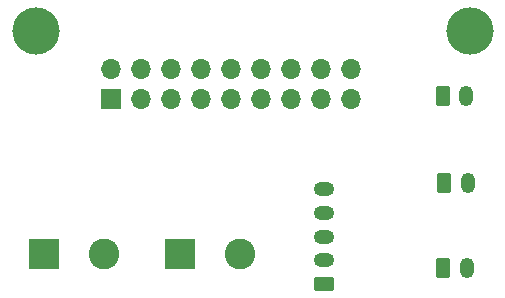
<source format=gbr>
%TF.GenerationSoftware,KiCad,Pcbnew,(6.0.11-0)*%
%TF.CreationDate,2023-03-20T11:34:52+11:00*%
%TF.ProjectId,AD3 Breakout Board,41443320-4272-4656-916b-6f757420426f,rev?*%
%TF.SameCoordinates,PXb71b00PY2781868*%
%TF.FileFunction,Soldermask,Bot*%
%TF.FilePolarity,Negative*%
%FSLAX46Y46*%
G04 Gerber Fmt 4.6, Leading zero omitted, Abs format (unit mm)*
G04 Created by KiCad (PCBNEW (6.0.11-0)) date 2023-03-20 11:34:52*
%MOMM*%
%LPD*%
G01*
G04 APERTURE LIST*
G04 Aperture macros list*
%AMRoundRect*
0 Rectangle with rounded corners*
0 $1 Rounding radius*
0 $2 $3 $4 $5 $6 $7 $8 $9 X,Y pos of 4 corners*
0 Add a 4 corners polygon primitive as box body*
4,1,4,$2,$3,$4,$5,$6,$7,$8,$9,$2,$3,0*
0 Add four circle primitives for the rounded corners*
1,1,$1+$1,$2,$3*
1,1,$1+$1,$4,$5*
1,1,$1+$1,$6,$7*
1,1,$1+$1,$8,$9*
0 Add four rect primitives between the rounded corners*
20,1,$1+$1,$2,$3,$4,$5,0*
20,1,$1+$1,$4,$5,$6,$7,0*
20,1,$1+$1,$6,$7,$8,$9,0*
20,1,$1+$1,$8,$9,$2,$3,0*%
G04 Aperture macros list end*
%ADD10C,4.000000*%
%ADD11R,2.600000X2.600000*%
%ADD12C,2.600000*%
%ADD13RoundRect,0.250000X-0.350000X-0.625000X0.350000X-0.625000X0.350000X0.625000X-0.350000X0.625000X0*%
%ADD14O,1.200000X1.750000*%
%ADD15R,1.700000X1.700000*%
%ADD16O,1.700000X1.700000*%
%ADD17RoundRect,0.250000X0.625000X-0.350000X0.625000X0.350000X-0.625000X0.350000X-0.625000X-0.350000X0*%
%ADD18O,1.750000X1.200000*%
G04 APERTURE END LIST*
D10*
%TO.C,H1*%
X2950000Y26500000D03*
%TD*%
D11*
%TO.C,J3*%
X15155000Y7620000D03*
D12*
X20235000Y7620000D03*
%TD*%
D13*
%TO.C,J5*%
X37425000Y20950000D03*
D14*
X39425000Y20950000D03*
%TD*%
D13*
%TO.C,J7*%
X37450000Y6375000D03*
D14*
X39450000Y6375000D03*
%TD*%
D10*
%TO.C,H2*%
X39700000Y26500000D03*
%TD*%
D11*
%TO.C,J2*%
X3655000Y7620000D03*
D12*
X8735000Y7620000D03*
%TD*%
D13*
%TO.C,J4*%
X37525000Y13650000D03*
D14*
X39525000Y13650000D03*
%TD*%
D15*
%TO.C,J1*%
X9350000Y20750000D03*
D16*
X9350000Y23290000D03*
X11890000Y20750000D03*
X11890000Y23290000D03*
X14430000Y20750000D03*
X14430000Y23290000D03*
X16970000Y20750000D03*
X16970000Y23290000D03*
X19510000Y20750000D03*
X19510000Y23290000D03*
X22050000Y20750000D03*
X22050000Y23290000D03*
X24590000Y20750000D03*
X24590000Y23290000D03*
X27130000Y20750000D03*
X27130000Y23290000D03*
X29670000Y20750000D03*
X29670000Y23290000D03*
%TD*%
D17*
%TO.C,J6*%
X27400000Y5075000D03*
D18*
X27400000Y7075000D03*
X27400000Y9075000D03*
X27400000Y11075000D03*
X27400000Y13075000D03*
%TD*%
M02*

</source>
